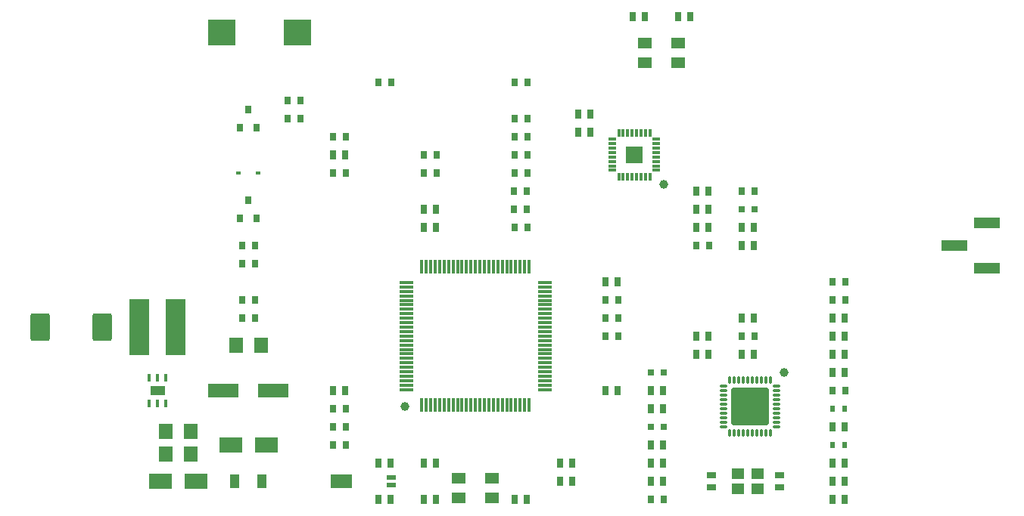
<source format=gtp>
G04*
G04 #@! TF.GenerationSoftware,Altium Limited,Altium Designer,22.11.1 (43)*
G04*
G04 Layer_Color=8421504*
%FSLAX26Y26*%
%MOIN*%
G70*
G04*
G04 #@! TF.SameCoordinates,AEC19687-DD56-4148-9BB7-ADA7E4DEB906*
G04*
G04*
G04 #@! TF.FilePolarity,Positive*
G04*
G01*
G75*
%ADD15R,0.062992X0.070866*%
%ADD16R,0.137795X0.062992*%
%ADD17R,0.116535X0.050000*%
%ADD18R,0.062992X0.049213*%
%ADD19R,0.027559X0.039370*%
G04:AMPARAMS|DCode=20|XSize=33.071mil|YSize=10.63mil|CornerRadius=1.329mil|HoleSize=0mil|Usage=FLASHONLY|Rotation=270.000|XOffset=0mil|YOffset=0mil|HoleType=Round|Shape=RoundedRectangle|*
%AMROUNDEDRECTD20*
21,1,0.033071,0.007973,0,0,270.0*
21,1,0.030413,0.010630,0,0,270.0*
1,1,0.002657,-0.003986,-0.015207*
1,1,0.002657,-0.003986,0.015207*
1,1,0.002657,0.003986,0.015207*
1,1,0.002657,0.003986,-0.015207*
%
%ADD20ROUNDEDRECTD20*%
G04:AMPARAMS|DCode=21|XSize=33.071mil|YSize=10.63mil|CornerRadius=1.329mil|HoleSize=0mil|Usage=FLASHONLY|Rotation=180.000|XOffset=0mil|YOffset=0mil|HoleType=Round|Shape=RoundedRectangle|*
%AMROUNDEDRECTD21*
21,1,0.033071,0.007973,0,0,180.0*
21,1,0.030413,0.010630,0,0,180.0*
1,1,0.002657,-0.015207,0.003986*
1,1,0.002657,0.015207,0.003986*
1,1,0.002657,0.015207,-0.003986*
1,1,0.002657,-0.015207,-0.003986*
%
%ADD21ROUNDEDRECTD21*%
%ADD22R,0.077165X0.077165*%
G04:AMPARAMS|DCode=23|XSize=85.827mil|YSize=122.835mil|CornerRadius=10.728mil|HoleSize=0mil|Usage=FLASHONLY|Rotation=0.000|XOffset=0mil|YOffset=0mil|HoleType=Round|Shape=RoundedRectangle|*
%AMROUNDEDRECTD23*
21,1,0.085827,0.101378,0,0,0.0*
21,1,0.064370,0.122835,0,0,0.0*
1,1,0.021457,0.032185,-0.050689*
1,1,0.021457,-0.032185,-0.050689*
1,1,0.021457,-0.032185,0.050689*
1,1,0.021457,0.032185,0.050689*
%
%ADD23ROUNDEDRECTD23*%
%ADD24C,0.039370*%
%ADD25R,0.098425X0.066929*%
%ADD26R,0.025591X0.035433*%
%ADD27R,0.029528X0.027559*%
%ADD28R,0.061024X0.011811*%
%ADD29R,0.011811X0.061024*%
%ADD30R,0.120079X0.118110*%
%ADD31R,0.031496X0.035433*%
%ADD32R,0.043307X0.023622*%
%ADD33R,0.094488X0.059055*%
%ADD34R,0.086614X0.248031*%
%ADD35R,0.016535X0.033071*%
%ADD36R,0.039370X0.062992*%
%ADD37R,0.023228X0.017716*%
G04:AMPARAMS|DCode=38|XSize=165.354mil|YSize=165.354mil|CornerRadius=8.268mil|HoleSize=0mil|Usage=FLASHONLY|Rotation=0.000|XOffset=0mil|YOffset=0mil|HoleType=Round|Shape=RoundedRectangle|*
%AMROUNDEDRECTD38*
21,1,0.165354,0.148819,0,0,0.0*
21,1,0.148819,0.165354,0,0,0.0*
1,1,0.016535,0.074409,-0.074409*
1,1,0.016535,-0.074409,-0.074409*
1,1,0.016535,-0.074409,0.074409*
1,1,0.016535,0.074409,0.074409*
%
%ADD38ROUNDEDRECTD38*%
G04:AMPARAMS|DCode=39|XSize=31.496mil|YSize=11.811mil|CornerRadius=2.953mil|HoleSize=0mil|Usage=FLASHONLY|Rotation=270.000|XOffset=0mil|YOffset=0mil|HoleType=Round|Shape=RoundedRectangle|*
%AMROUNDEDRECTD39*
21,1,0.031496,0.005905,0,0,270.0*
21,1,0.025590,0.011811,0,0,270.0*
1,1,0.005906,-0.002953,-0.012795*
1,1,0.005906,-0.002953,0.012795*
1,1,0.005906,0.002953,0.012795*
1,1,0.005906,0.002953,-0.012795*
%
%ADD39ROUNDEDRECTD39*%
G04:AMPARAMS|DCode=40|XSize=31.496mil|YSize=11.811mil|CornerRadius=2.953mil|HoleSize=0mil|Usage=FLASHONLY|Rotation=180.000|XOffset=0mil|YOffset=0mil|HoleType=Round|Shape=RoundedRectangle|*
%AMROUNDEDRECTD40*
21,1,0.031496,0.005905,0,0,180.0*
21,1,0.025590,0.011811,0,0,180.0*
1,1,0.005906,-0.012795,0.002953*
1,1,0.005906,0.012795,0.002953*
1,1,0.005906,0.012795,-0.002953*
1,1,0.005906,-0.012795,-0.002953*
%
%ADD40ROUNDEDRECTD40*%
%ADD41R,0.023622X0.031496*%
%ADD42R,0.039370X0.027559*%
%ADD43R,0.055118X0.047244*%
G36*
X568875Y540080D02*
Y579920D01*
X631125D01*
Y540080D01*
X568875D01*
D02*
G37*
D15*
X1055118Y760000D02*
D03*
X944882D02*
D03*
X745118Y380000D02*
D03*
X634882D02*
D03*
X745118Y280000D02*
D03*
X634882D02*
D03*
D16*
X889764Y560000D02*
D03*
X1110236D02*
D03*
D17*
X4251732Y1300000D02*
D03*
X4110000Y1200000D02*
D03*
X4251732Y1100000D02*
D03*
D18*
X2892835Y2006693D02*
D03*
X2747165Y2093307D02*
D03*
Y2006693D02*
D03*
X2892835Y2093307D02*
D03*
X2072835Y173307D02*
D03*
X1927165Y86693D02*
D03*
Y173307D02*
D03*
X2072835Y86693D02*
D03*
D19*
X2893425Y2210000D02*
D03*
X2946575D02*
D03*
X2746575D02*
D03*
X2693425D02*
D03*
X2453425Y1700000D02*
D03*
X2506575D02*
D03*
X2453425Y1780000D02*
D03*
X2506575D02*
D03*
X1426575Y1600000D02*
D03*
X1373425D02*
D03*
X3026575Y1280000D02*
D03*
X2973425D02*
D03*
X3173425Y1200000D02*
D03*
X3226575D02*
D03*
X3173425Y1280000D02*
D03*
X3226575D02*
D03*
X3026575Y1440000D02*
D03*
X2973425D02*
D03*
X3026575Y1360000D02*
D03*
X2973425D02*
D03*
X2573425Y560000D02*
D03*
X2626575D02*
D03*
X2426575Y240000D02*
D03*
X2373425D02*
D03*
Y160000D02*
D03*
X2426575D02*
D03*
X2173425Y80000D02*
D03*
X2226575D02*
D03*
X1773425D02*
D03*
X1826575D02*
D03*
X1773425Y240000D02*
D03*
X1826575D02*
D03*
X2626575Y1040000D02*
D03*
X2573425D02*
D03*
X1826575Y1360000D02*
D03*
X1773425D02*
D03*
X1573425Y80000D02*
D03*
X1626575D02*
D03*
X1826575Y1280000D02*
D03*
X1773425D02*
D03*
X3573425Y400000D02*
D03*
X3626575D02*
D03*
Y240000D02*
D03*
X3573425D02*
D03*
Y720000D02*
D03*
X3626575D02*
D03*
X3173425Y880000D02*
D03*
X3226575D02*
D03*
X3573425Y80000D02*
D03*
X3626575D02*
D03*
Y160000D02*
D03*
X3573425D02*
D03*
Y880000D02*
D03*
X3626575D02*
D03*
X3573425Y800000D02*
D03*
X3626575D02*
D03*
X3573425Y640000D02*
D03*
X3626575D02*
D03*
X2826575Y160000D02*
D03*
X2773425D02*
D03*
Y320000D02*
D03*
X2826575D02*
D03*
Y240000D02*
D03*
X2773425D02*
D03*
Y560000D02*
D03*
X2826575D02*
D03*
Y480000D02*
D03*
X2773425D02*
D03*
X3173425Y720000D02*
D03*
X3226575D02*
D03*
X3026575Y800000D02*
D03*
X2973425D02*
D03*
X3026575Y720000D02*
D03*
X2973425D02*
D03*
X1426575Y560000D02*
D03*
X1373425D02*
D03*
X1626575Y240000D02*
D03*
X1573425D02*
D03*
D20*
X2768898Y1695866D02*
D03*
X2749213D02*
D03*
X2729528D02*
D03*
X2709843D02*
D03*
X2690157D02*
D03*
X2670472D02*
D03*
X2650787D02*
D03*
X2631102D02*
D03*
Y1504134D02*
D03*
X2650787D02*
D03*
X2670472D02*
D03*
X2690157D02*
D03*
X2709843D02*
D03*
X2729528D02*
D03*
X2749213D02*
D03*
X2768898D02*
D03*
D21*
X2795866Y1531102D02*
D03*
Y1550787D02*
D03*
Y1570472D02*
D03*
Y1590158D02*
D03*
Y1609842D02*
D03*
Y1629528D02*
D03*
Y1649213D02*
D03*
Y1668898D02*
D03*
X2604134D02*
D03*
Y1649213D02*
D03*
Y1629528D02*
D03*
Y1609842D02*
D03*
Y1590158D02*
D03*
Y1570472D02*
D03*
Y1550787D02*
D03*
Y1531102D02*
D03*
D22*
X2700000Y1600000D02*
D03*
D23*
X357205Y840000D02*
D03*
X82795D02*
D03*
D24*
X2830000Y1470000D02*
D03*
X3360000Y640000D02*
D03*
X1690000Y490000D02*
D03*
D25*
X1078740Y320000D02*
D03*
X921260D02*
D03*
X611260Y160000D02*
D03*
X768740D02*
D03*
D26*
X2171457Y1920000D02*
D03*
X2228543D02*
D03*
X1828543Y1520000D02*
D03*
X1771457D02*
D03*
X1371457Y1680000D02*
D03*
X1428543D02*
D03*
Y1520000D02*
D03*
X1371457D02*
D03*
X1771457Y1600000D02*
D03*
X1828543D02*
D03*
X2971457Y1200000D02*
D03*
X3028543D02*
D03*
X3228543Y1440000D02*
D03*
X3171457D02*
D03*
X2571457Y800000D02*
D03*
X2628543D02*
D03*
X2571457Y880000D02*
D03*
X2628543D02*
D03*
X2571457Y960000D02*
D03*
X2628543D02*
D03*
X1428543Y480000D02*
D03*
X1371457D02*
D03*
X2170000Y1360000D02*
D03*
X2227087D02*
D03*
X2171457Y1280000D02*
D03*
X2228543D02*
D03*
X2171457Y1600000D02*
D03*
X2228543D02*
D03*
X2170000Y1440000D02*
D03*
X2227087D02*
D03*
X2171457Y1520000D02*
D03*
X2228543D02*
D03*
X2171457Y1760000D02*
D03*
X2228543D02*
D03*
X2171457Y1680000D02*
D03*
X2228543D02*
D03*
X1571457Y1920000D02*
D03*
X1628543D02*
D03*
X1371457Y400000D02*
D03*
X1428543D02*
D03*
X1371457Y320000D02*
D03*
X1428543D02*
D03*
X1171457Y1760000D02*
D03*
X1228543D02*
D03*
Y1840000D02*
D03*
X1171457D02*
D03*
X971457Y960000D02*
D03*
X1028543D02*
D03*
Y1120000D02*
D03*
X971457D02*
D03*
Y880000D02*
D03*
X1028543D02*
D03*
X971457Y1200000D02*
D03*
X1028543D02*
D03*
X2828543Y80000D02*
D03*
X2771457D02*
D03*
X3571457Y1040000D02*
D03*
X3628543D02*
D03*
X3571457Y960000D02*
D03*
X3628543D02*
D03*
X3571457Y560000D02*
D03*
X3628543D02*
D03*
X3228543Y800000D02*
D03*
X3171457D02*
D03*
D27*
X3228543Y1360000D02*
D03*
X3171457D02*
D03*
X2828543Y640000D02*
D03*
X2771457D02*
D03*
Y400000D02*
D03*
X2828543D02*
D03*
D28*
X1694882Y563779D02*
D03*
Y583465D02*
D03*
Y603150D02*
D03*
Y622835D02*
D03*
Y642520D02*
D03*
Y662205D02*
D03*
Y681890D02*
D03*
Y701575D02*
D03*
Y721260D02*
D03*
Y740945D02*
D03*
Y760630D02*
D03*
Y780315D02*
D03*
Y800000D02*
D03*
Y819685D02*
D03*
Y839370D02*
D03*
Y859055D02*
D03*
Y878740D02*
D03*
Y898425D02*
D03*
Y918110D02*
D03*
Y937795D02*
D03*
Y957480D02*
D03*
Y977165D02*
D03*
Y996850D02*
D03*
Y1016535D02*
D03*
Y1036220D02*
D03*
X2305118D02*
D03*
Y1016535D02*
D03*
Y996850D02*
D03*
Y977165D02*
D03*
Y957480D02*
D03*
Y937795D02*
D03*
Y918110D02*
D03*
Y898425D02*
D03*
Y878740D02*
D03*
Y859055D02*
D03*
Y839370D02*
D03*
Y819685D02*
D03*
Y800000D02*
D03*
Y780315D02*
D03*
Y760630D02*
D03*
Y740945D02*
D03*
Y721260D02*
D03*
Y701575D02*
D03*
Y681890D02*
D03*
Y662205D02*
D03*
Y642520D02*
D03*
Y622835D02*
D03*
Y603150D02*
D03*
Y583465D02*
D03*
Y563779D02*
D03*
D29*
X1763780Y1105118D02*
D03*
X1783465D02*
D03*
X1803150D02*
D03*
X1822835D02*
D03*
X1842520D02*
D03*
X1862205D02*
D03*
X1881890D02*
D03*
X1901575D02*
D03*
X1921260D02*
D03*
X1940945D02*
D03*
X1960630D02*
D03*
X1980315D02*
D03*
X2000000D02*
D03*
X2019685D02*
D03*
X2039370D02*
D03*
X2059055D02*
D03*
X2078740D02*
D03*
X2098425D02*
D03*
X2118110D02*
D03*
X2137795D02*
D03*
X2157480D02*
D03*
X2177165D02*
D03*
X2196850D02*
D03*
X2216535D02*
D03*
X2236220D02*
D03*
Y494882D02*
D03*
X2216535D02*
D03*
X2196850D02*
D03*
X2177165D02*
D03*
X2157480D02*
D03*
X2137795D02*
D03*
X2118110D02*
D03*
X2098425D02*
D03*
X2078740D02*
D03*
X2059055D02*
D03*
X2039370D02*
D03*
X2019685D02*
D03*
X2000000D02*
D03*
X1980315D02*
D03*
X1960630D02*
D03*
X1940945D02*
D03*
X1921260D02*
D03*
X1901575D02*
D03*
X1881890D02*
D03*
X1862205D02*
D03*
X1842520D02*
D03*
X1822835D02*
D03*
X1803150D02*
D03*
X1783465D02*
D03*
X1763780D02*
D03*
D30*
X883661Y2140000D02*
D03*
X1216339D02*
D03*
D31*
X1037402Y1720630D02*
D03*
X1000000Y1799370D02*
D03*
X962598Y1720630D02*
D03*
X1037402Y1320630D02*
D03*
X1000000Y1399370D02*
D03*
X962598Y1320630D02*
D03*
D32*
X1629252Y177716D02*
D03*
Y142284D02*
D03*
D33*
X1410748Y160000D02*
D03*
D34*
X519291Y840000D02*
D03*
X680709D02*
D03*
D35*
X637402Y503504D02*
D03*
X600000D02*
D03*
X562598D02*
D03*
Y616496D02*
D03*
X600000D02*
D03*
X637402D02*
D03*
D36*
X1059055Y160000D02*
D03*
X940945D02*
D03*
D37*
X1044291Y1520000D02*
D03*
X955709D02*
D03*
D38*
X3209528Y489528D02*
D03*
D39*
X3120945Y605669D02*
D03*
X3140630D02*
D03*
X3160315D02*
D03*
X3180000D02*
D03*
X3199685D02*
D03*
X3219370D02*
D03*
X3239055D02*
D03*
X3258740D02*
D03*
X3278425D02*
D03*
X3298110D02*
D03*
Y373386D02*
D03*
X3278425D02*
D03*
X3258740D02*
D03*
X3239055D02*
D03*
X3219370D02*
D03*
X3199685D02*
D03*
X3180000D02*
D03*
X3160315D02*
D03*
X3140630D02*
D03*
X3120945D02*
D03*
D40*
X3325669Y578110D02*
D03*
Y558425D02*
D03*
Y538740D02*
D03*
Y519055D02*
D03*
Y499370D02*
D03*
Y479685D02*
D03*
Y460000D02*
D03*
Y440315D02*
D03*
Y420630D02*
D03*
Y400945D02*
D03*
X3093386D02*
D03*
Y420630D02*
D03*
Y440315D02*
D03*
Y460000D02*
D03*
Y479685D02*
D03*
Y499370D02*
D03*
Y519055D02*
D03*
Y538740D02*
D03*
Y558425D02*
D03*
Y578110D02*
D03*
D41*
X3572441Y320000D02*
D03*
X3627559D02*
D03*
X3572441Y480000D02*
D03*
X3627559D02*
D03*
D42*
X3340000Y186575D02*
D03*
Y133425D02*
D03*
X3040000D02*
D03*
Y186575D02*
D03*
D43*
X3156693Y193465D02*
D03*
X3243307D02*
D03*
X3156693Y126535D02*
D03*
X3243307D02*
D03*
M02*

</source>
